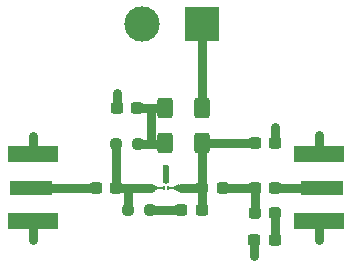
<source format=gbr>
%TF.GenerationSoftware,KiCad,Pcbnew,8.0.5-8.0.5-0~ubuntu22.04.1*%
%TF.CreationDate,2025-01-07T12:52:55-03:00*%
%TF.ProjectId,tx_amplifier,74785f61-6d70-46c6-9966-6965722e6b69,v1.0*%
%TF.SameCoordinates,Original*%
%TF.FileFunction,Copper,L1,Top*%
%TF.FilePolarity,Positive*%
%FSLAX46Y46*%
G04 Gerber Fmt 4.6, Leading zero omitted, Abs format (unit mm)*
G04 Created by KiCad (PCBNEW 8.0.5-8.0.5-0~ubuntu22.04.1) date 2025-01-07 12:52:55*
%MOMM*%
%LPD*%
G01*
G04 APERTURE LIST*
G04 Aperture macros list*
%AMRoundRect*
0 Rectangle with rounded corners*
0 $1 Rounding radius*
0 $2 $3 $4 $5 $6 $7 $8 $9 X,Y pos of 4 corners*
0 Add a 4 corners polygon primitive as box body*
4,1,4,$2,$3,$4,$5,$6,$7,$8,$9,$2,$3,0*
0 Add four circle primitives for the rounded corners*
1,1,$1+$1,$2,$3*
1,1,$1+$1,$4,$5*
1,1,$1+$1,$6,$7*
1,1,$1+$1,$8,$9*
0 Add four rect primitives between the rounded corners*
20,1,$1+$1,$2,$3,$4,$5,0*
20,1,$1+$1,$4,$5,$6,$7,0*
20,1,$1+$1,$6,$7,$8,$9,0*
20,1,$1+$1,$8,$9,$2,$3,0*%
G04 Aperture macros list end*
%TA.AperFunction,Conductor*%
%ADD10C,0.200000*%
%TD*%
%TA.AperFunction,ComponentPad*%
%ADD11C,3.000000*%
%TD*%
%TA.AperFunction,ComponentPad*%
%ADD12R,3.000000X3.000000*%
%TD*%
%TA.AperFunction,SMDPad,CuDef*%
%ADD13RoundRect,0.237500X0.300000X0.237500X-0.300000X0.237500X-0.300000X-0.237500X0.300000X-0.237500X0*%
%TD*%
%TA.AperFunction,SMDPad,CuDef*%
%ADD14RoundRect,0.250000X-0.400000X-0.625000X0.400000X-0.625000X0.400000X0.625000X-0.400000X0.625000X0*%
%TD*%
%TA.AperFunction,SMDPad,CuDef*%
%ADD15RoundRect,0.237500X-0.300000X-0.237500X0.300000X-0.237500X0.300000X0.237500X-0.300000X0.237500X0*%
%TD*%
%TA.AperFunction,SMDPad,CuDef*%
%ADD16RoundRect,0.237500X-0.287500X-0.237500X0.287500X-0.237500X0.287500X0.237500X-0.287500X0.237500X0*%
%TD*%
%TA.AperFunction,SMDPad,CuDef*%
%ADD17R,3.600000X1.270000*%
%TD*%
%TA.AperFunction,SMDPad,CuDef*%
%ADD18R,4.200000X1.350000*%
%TD*%
%TA.AperFunction,SMDPad,CuDef*%
%ADD19RoundRect,0.237500X0.250000X0.237500X-0.250000X0.237500X-0.250000X-0.237500X0.250000X-0.237500X0*%
%TD*%
%TA.AperFunction,SMDPad,CuDef*%
%ADD20RoundRect,0.237500X-0.250000X-0.237500X0.250000X-0.237500X0.250000X0.237500X-0.250000X0.237500X0*%
%TD*%
%TA.AperFunction,SMDPad,CuDef*%
%ADD21RoundRect,0.250000X0.400000X0.625000X-0.400000X0.625000X-0.400000X-0.625000X0.400000X-0.625000X0*%
%TD*%
%TA.AperFunction,SMDPad,CuDef*%
%ADD22R,0.225000X0.350000*%
%TD*%
%TA.AperFunction,SMDPad,CuDef*%
%ADD23R,0.600000X0.450000*%
%TD*%
%TA.AperFunction,ViaPad*%
%ADD24C,0.600000*%
%TD*%
%TA.AperFunction,Conductor*%
%ADD25C,0.800000*%
%TD*%
%TA.AperFunction,Conductor*%
%ADD26C,0.500000*%
%TD*%
G04 APERTURE END LIST*
D10*
%TO.N,Net-(Q1-C)*%
X115196022Y-110136321D02*
X114647312Y-109838480D01*
X115196022Y-109577521D01*
X115196022Y-110136321D01*
%TA.AperFunction,Conductor*%
G36*
X115196022Y-110136321D02*
G01*
X114647312Y-109838480D01*
X115196022Y-109577521D01*
X115196022Y-110136321D01*
G37*
%TD.AperFunction*%
%TO.N,Net-(Q1-B)*%
X113416510Y-109873441D02*
X112867800Y-110134400D01*
X112867800Y-109575600D01*
X113416510Y-109873441D01*
%TA.AperFunction,Conductor*%
G36*
X113416510Y-109873441D02*
G01*
X112867800Y-110134400D01*
X112867800Y-109575600D01*
X113416510Y-109873441D01*
G37*
%TD.AperFunction*%
%TD*%
D11*
%TO.P,J3,2,Pin_2*%
%TO.N,GND*%
X112000000Y-96000000D03*
D12*
%TO.P,J3,1,Pin_1*%
%TO.N,+3.3V*%
X117080000Y-96000000D03*
%TD*%
D13*
%TO.P,C2,1*%
%TO.N,Net-(C2-Pad1)*%
X111606500Y-103124000D03*
%TO.P,C2,2*%
%TO.N,GND*%
X109881500Y-103124000D03*
%TD*%
D14*
%TO.P,R1,1*%
%TO.N,Net-(C2-Pad1)*%
X113994000Y-103124000D03*
%TO.P,R1,2*%
%TO.N,+3.3V*%
X117094000Y-103124000D03*
%TD*%
D15*
%TO.P,C6,1*%
%TO.N,Net-(C6-Pad1)*%
X115369000Y-111760000D03*
%TO.P,C6,2*%
%TO.N,Net-(Q1-C)*%
X117094000Y-111760000D03*
%TD*%
D16*
%TO.P,L1,1,1*%
%TO.N,Net-(Q1-C)*%
X117094000Y-109855000D03*
%TO.P,L1,2,2*%
%TO.N,Net-(C5-Pad1)*%
X118844000Y-109855000D03*
%TD*%
D17*
%TO.P,J2,1,In*%
%TO.N,Net-(J2-In)*%
X127254000Y-109855000D03*
D18*
%TO.P,J2,2,Ext*%
%TO.N,GND*%
X127054000Y-112680000D03*
X127054000Y-107030000D03*
%TD*%
D15*
%TO.P,C5,1*%
%TO.N,Net-(C5-Pad1)*%
X121565500Y-109855000D03*
%TO.P,C5,2*%
%TO.N,Net-(J2-In)*%
X123290500Y-109855000D03*
%TD*%
D19*
%TO.P,R4,1*%
%TO.N,Net-(C6-Pad1)*%
X112672500Y-111760000D03*
%TO.P,R4,2*%
%TO.N,Net-(Q1-B)*%
X110847500Y-111760000D03*
%TD*%
D17*
%TO.P,J1,1,In*%
%TO.N,Net-(J1-In)*%
X102616000Y-109855000D03*
D18*
%TO.P,J1,2,Ext*%
%TO.N,GND*%
X102816000Y-107030000D03*
X102816000Y-112680000D03*
%TD*%
D15*
%TO.P,C1,1*%
%TO.N,Net-(J1-In)*%
X108104000Y-109855000D03*
%TO.P,C1,2*%
%TO.N,Net-(Q1-B)*%
X109829000Y-109855000D03*
%TD*%
D16*
%TO.P,L2,1,1*%
%TO.N,Net-(C5-Pad1)*%
X121553000Y-112014000D03*
%TO.P,L2,2,2*%
%TO.N,Net-(C4-Pad2)*%
X123303000Y-112014000D03*
%TD*%
D20*
%TO.P,R2,1*%
%TO.N,Net-(Q1-B)*%
X109831500Y-106172000D03*
%TO.P,R2,2*%
%TO.N,Net-(C2-Pad1)*%
X111656500Y-106172000D03*
%TD*%
D15*
%TO.P,C4,1*%
%TO.N,GND*%
X121539000Y-114300000D03*
%TO.P,C4,2*%
%TO.N,Net-(C4-Pad2)*%
X123264000Y-114300000D03*
%TD*%
D13*
%TO.P,C3,1*%
%TO.N,GND*%
X123290500Y-106045000D03*
%TO.P,C3,2*%
%TO.N,Net-(Q1-C)*%
X121565500Y-106045000D03*
%TD*%
D21*
%TO.P,R3,1*%
%TO.N,Net-(Q1-C)*%
X117094000Y-106045000D03*
%TO.P,R3,2*%
%TO.N,Net-(C2-Pad1)*%
X113994000Y-106045000D03*
%TD*%
D22*
%TO.P,Q1,1,B*%
%TO.N,Net-(Q1-B)*%
X113874100Y-109855000D03*
%TO.P,Q1,2,C*%
%TO.N,Net-(Q1-C)*%
X114248600Y-109855000D03*
D23*
%TO.P,Q1,3,E*%
%TO.N,GND*%
X114061600Y-109255000D03*
%TD*%
D24*
%TO.N,GND*%
X102819200Y-114249200D03*
X127050800Y-105410000D03*
X102819200Y-105460800D03*
X114071400Y-108178600D03*
X123291600Y-104698800D03*
X121539000Y-115620800D03*
X127050800Y-114249200D03*
X109882100Y-101854000D03*
%TD*%
D25*
%TO.N,+3.3V*%
X117094000Y-103124000D02*
X117094000Y-96014000D01*
X117094000Y-96014000D02*
X117080000Y-96000000D01*
%TO.N,Net-(Q1-B)*%
X109831500Y-106172000D02*
X109831500Y-109852500D01*
X111604000Y-109858000D02*
X111607000Y-109855000D01*
X111099000Y-109855000D02*
X111607000Y-109855000D01*
X109831500Y-109852500D02*
X109829000Y-109855000D01*
X110847500Y-111760000D02*
X110847500Y-110106500D01*
D10*
X113874100Y-109855000D02*
X113248800Y-109855000D01*
D25*
X110847500Y-110106500D02*
X111099000Y-109855000D01*
X111607000Y-109855000D02*
X112750000Y-109855000D01*
X111099000Y-109855000D02*
X109829000Y-109855000D01*
%TO.N,Net-(J1-In)*%
X108104000Y-109855000D02*
X102616000Y-109855000D01*
%TO.N,GND*%
X109881500Y-101854600D02*
X109882100Y-101854000D01*
X102816000Y-112680000D02*
X102816000Y-114246000D01*
X109881500Y-103124000D02*
X109881500Y-101854600D01*
X102816000Y-107030000D02*
X102816000Y-105464000D01*
D26*
X114061600Y-108188400D02*
X114071400Y-108178600D01*
D25*
X102816000Y-114246000D02*
X102819200Y-114249200D01*
X127054000Y-105413200D02*
X127050800Y-105410000D01*
X121539000Y-114300000D02*
X121539000Y-115620800D01*
X123290500Y-106045000D02*
X123290500Y-104699900D01*
X127054000Y-114246000D02*
X127050800Y-114249200D01*
X123290500Y-104699900D02*
X123291600Y-104698800D01*
X127054000Y-107030000D02*
X127054000Y-105413200D01*
X102816000Y-105464000D02*
X102819200Y-105460800D01*
D26*
X114061600Y-109255000D02*
X114061600Y-108188400D01*
D25*
X127054000Y-112680000D02*
X127054000Y-114246000D01*
%TO.N,Net-(C2-Pad1)*%
X112776000Y-103124000D02*
X113994000Y-103124000D01*
X112776000Y-103124000D02*
X112776000Y-106070400D01*
X112674400Y-106172000D02*
X113867000Y-106172000D01*
X111606500Y-103124000D02*
X112776000Y-103124000D01*
X111656500Y-106172000D02*
X112674400Y-106172000D01*
X112776000Y-106070400D02*
X112674400Y-106172000D01*
X113867000Y-106172000D02*
X113994000Y-106045000D01*
D10*
%TO.N,Net-(Q1-C)*%
X114248600Y-109855000D02*
X114950600Y-109855000D01*
D25*
X117094000Y-106045000D02*
X121565500Y-106045000D01*
X115315400Y-109855000D02*
X117094000Y-109855000D01*
X117094000Y-109855000D02*
X117094000Y-106045000D01*
X117094000Y-111760000D02*
X117094000Y-109855000D01*
%TO.N,Net-(C4-Pad2)*%
X123303000Y-112014000D02*
X123303000Y-114261000D01*
X123303000Y-114261000D02*
X123264000Y-114300000D01*
%TO.N,Net-(C5-Pad1)*%
X121565500Y-112001500D02*
X121553000Y-112014000D01*
X121565500Y-109855000D02*
X121565500Y-112001500D01*
X118844000Y-109855000D02*
X121565500Y-109855000D01*
%TO.N,Net-(J2-In)*%
X123290500Y-109855000D02*
X127254000Y-109855000D01*
%TO.N,Net-(C6-Pad1)*%
X115369000Y-111760000D02*
X112672500Y-111760000D01*
%TD*%
M02*

</source>
